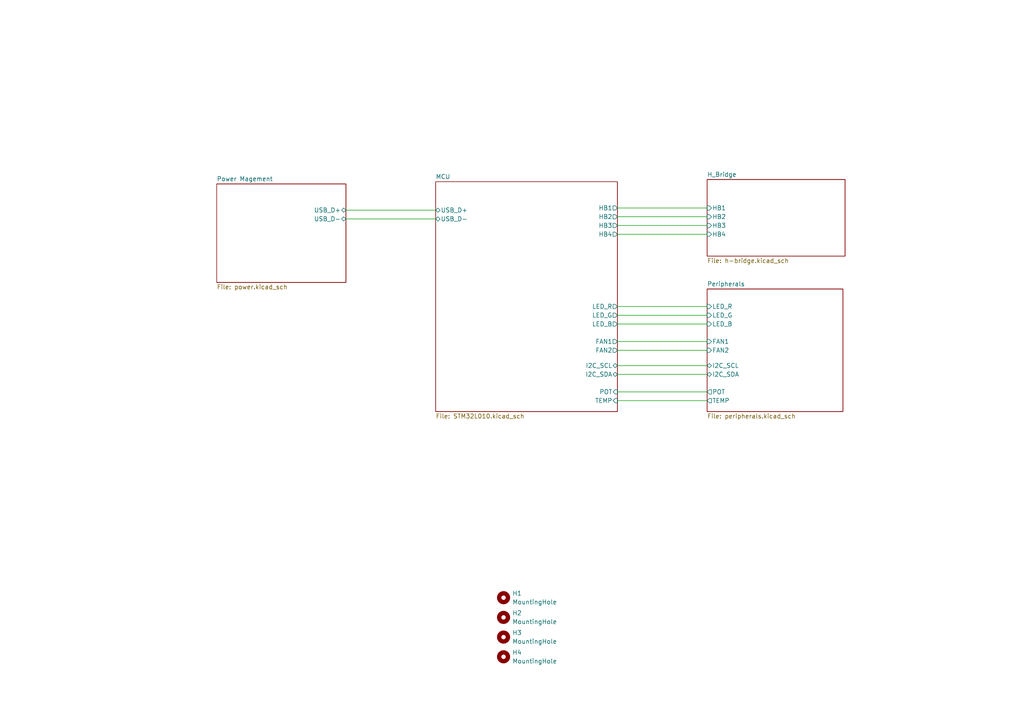
<source format=kicad_sch>
(kicad_sch (version 20211123) (generator eeschema)
  (paper "A4")
  (lib_symbols
    (symbol "Mechanical:MountingHole" (pin_names (offset 1.016))
      (property "Reference" "H" (at 0 5.08 0))
      (property "Value" "MountingHole" (at 0 3.175 0))
      (symbol "MountingHole_0_1"
        (circle (center 0 0) (radius 1.27) (stroke (width 1.27)))
      )
    )
  )
  (wire (pts (xy 179.07 113.665) (xy 205.105 113.665)))
  (wire (pts (xy 179.07 60.325) (xy 205.105 60.325)))
  (wire (pts (xy 179.07 101.6) (xy 205.105 101.6)))
  (wire (pts (xy 179.07 62.865) (xy 205.105 62.865)))
  (wire (pts (xy 179.07 116.205) (xy 205.105 116.205)))
  (wire (pts (xy 179.07 108.585) (xy 205.105 108.585)))
  (wire (pts (xy 179.07 99.06) (xy 205.105 99.06)))
  (wire (pts (xy 179.07 91.44) (xy 205.105 91.44)))
  (wire (pts (xy 179.07 88.9) (xy 205.105 88.9)))
  (wire (pts (xy 179.07 67.945) (xy 205.105 67.945)))
  (wire (pts (xy 179.07 65.405) (xy 205.105 65.405)))
  (wire (pts (xy 179.07 93.98) (xy 205.105 93.98)))
  (wire (pts (xy 179.07 106.045) (xy 205.105 106.045)))
  (wire (pts (xy 100.33 63.5) (xy 126.365 63.5)))
  (wire (pts (xy 100.33 60.96) (xy 126.365 60.96)))
  (symbol (lib_id "Mechanical:MountingHole") (at 146.05 173.355 0) (unit 1)
    (property "Reference" "H1" (at 148.59 172.0849 0) (effects (justify left)))
    (property "Value" "MountingHole" (at 148.59 174.6249 0) (effects (justify left)))
  )
  (symbol (lib_id "Mechanical:MountingHole") (at 146.05 179.07 0) (unit 1)
    (property "Reference" "H2" (at 148.59 177.7999 0) (effects (justify left)))
    (property "Value" "MountingHole" (at 148.59 180.3399 0) (effects (justify left)))
  )
  (symbol (lib_id "Mechanical:MountingHole") (at 146.05 184.785 0) (unit 1)
    (property "Reference" "H3" (at 148.59 183.5149 0) (effects (justify left)))
    (property "Value" "MountingHole" (at 148.59 186.0549 0) (effects (justify left)))
  )
  (symbol (lib_id "Mechanical:MountingHole") (at 146.05 190.5 0) (unit 1)
    (property "Reference" "H4" (at 148.59 189.2299 0) (effects (justify left)))
    (property "Value" "MountingHole" (at 148.59 191.7699 0) (effects (justify left)))
  )
  (sheet (at 205.105 52.07) (size 40.005 22.225) (stroke (width 0.1524))
    (property "Sheet name" "H_Bridge" (at 205.105 51.3584 0) (effects (justify left bottom)))
    (property "Sheet file" "h-bridge.kicad_sch" (at 205.105 74.8796 0) (effects (justify left top)))
    (pin "HB3" input (at 205.105 65.405 180))
    (pin "HB1" input (at 205.105 60.325 180))
    (pin "HB2" input (at 205.105 62.865 180))
    (pin "HB4" input (at 205.105 67.945 180))
  )
  (sheet (at 62.865 53.34) (size 37.465 28.575) (stroke (width 0.1524))
    (property "Sheet name" "Power Magement" (at 62.865 52.6284 0) (effects (justify left bottom)))
    (property "Sheet file" "power.kicad_sch" (at 62.865 82.4996 0) (effects (justify left top)))
    (pin "USB_D-" bidirectional (at 100.33 63.5 0))
    (pin "USB_D+" bidirectional (at 100.33 60.96 0))
  )
  (sheet (at 126.365 52.705) (size 52.705 66.675) (stroke (width 0.1524))
    (property "Sheet name" "MCU" (at 126.365 51.9934 0) (effects (justify left bottom)))
    (property "Sheet file" "STM32L010.kicad_sch" (at 126.365 119.9646 0) (effects (justify left top)))
    (pin "POT" input (at 179.07 113.665 0))
    (pin "TEMP" input (at 179.07 116.205 0))
    (pin "FAN1" output (at 179.07 99.06 0))
    (pin "FAN2" output (at 179.07 101.6 0))
    (pin "LED_G" output (at 179.07 91.44 0))
    (pin "HB1" output (at 179.07 60.325 0))
    (pin "HB2" output (at 179.07 62.865 0))
    (pin "HB4" output (at 179.07 67.945 0))
    (pin "LED_R" output (at 179.07 88.9 0))
    (pin "HB3" output (at 179.07 65.405 0))
    (pin "LED_B" output (at 179.07 93.98 0))
    (pin "USB_D+" bidirectional (at 126.365 60.96 180))
    (pin "USB_D-" bidirectional (at 126.365 63.5 180))
    (pin "I2C_SDA" bidirectional (at 179.07 108.585 0))
    (pin "I2C_SCL" bidirectional (at 179.07 106.045 0))
  )
  (sheet (at 205.105 83.82) (size 39.37 35.56) (stroke (width 0.1524))
    (property "Sheet name" "Peripherals" (at 205.105 83.1084 0) (effects (justify left bottom)))
    (property "Sheet file" "peripherals.kicad_sch" (at 205.105 119.9646 0) (effects (justify left top)))
    (pin "LED_G" input (at 205.105 91.44 180))
    (pin "TEMP" output (at 205.105 116.205 180))
    (pin "FAN2" input (at 205.105 101.6 180))
    (pin "FAN1" input (at 205.105 99.06 180))
    (pin "LED_B" input (at 205.105 93.98 180))
    (pin "I2C_SCL" bidirectional (at 205.105 106.045 180))
    (pin "I2C_SDA" bidirectional (at 205.105 108.585 180))
    (pin "LED_R" input (at 205.105 88.9 180))
    (pin "POT" output (at 205.105 113.665 180))
  )
)
</source>
